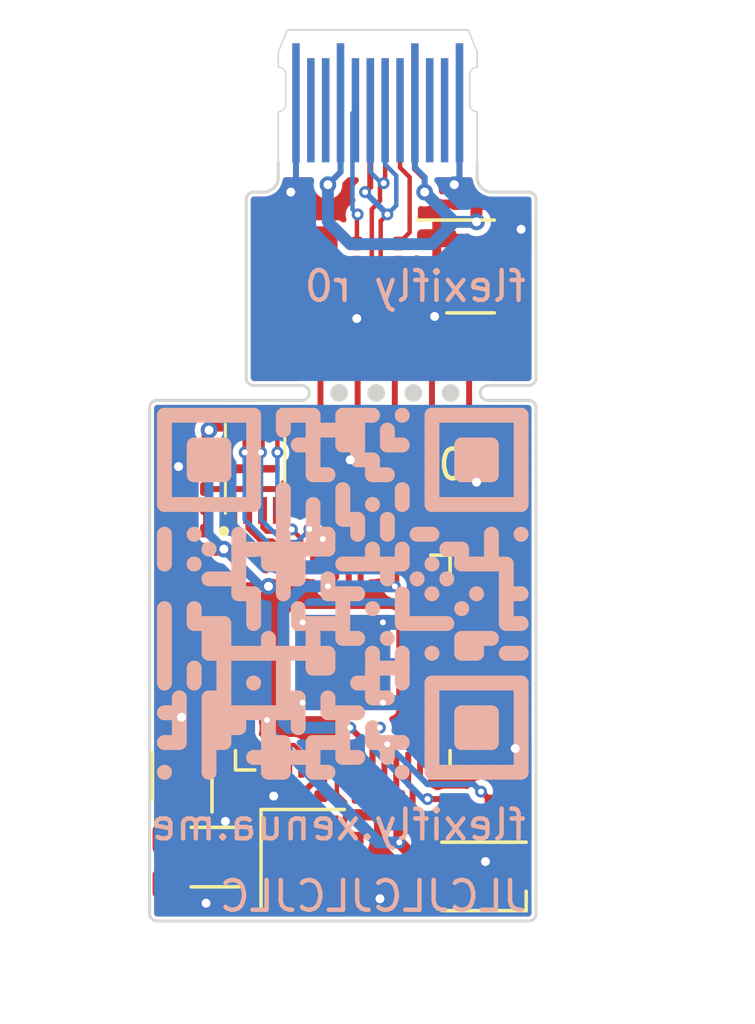
<source format=kicad_pcb>
(kicad_pcb (version 20221018) (generator pcbnew)

  (general
    (thickness 0.115)
  )

  (paper "A4")
  (layers
    (0 "F.Cu" signal)
    (31 "B.Cu" signal)
    (32 "B.Adhes" user "B.Adhesive")
    (33 "F.Adhes" user "F.Adhesive")
    (34 "B.Paste" user)
    (35 "F.Paste" user)
    (36 "B.SilkS" user "B.Silkscreen")
    (37 "F.SilkS" user "F.Silkscreen")
    (38 "B.Mask" user)
    (39 "F.Mask" user)
    (40 "Dwgs.User" user "User.Drawings")
    (41 "Cmts.User" user "User.Comments")
    (42 "Eco1.User" user "User.Eco1")
    (43 "Eco2.User" user "User.Eco2")
    (44 "Edge.Cuts" user)
    (45 "Margin" user)
    (46 "B.CrtYd" user "B.Courtyard")
    (47 "F.CrtYd" user "F.Courtyard")
    (48 "B.Fab" user)
    (49 "F.Fab" user)
    (50 "User.1" user)
    (51 "User.2" user)
    (52 "User.3" user)
    (53 "User.4" user)
    (54 "User.5" user)
    (55 "User.6" user)
    (56 "User.7" user)
    (57 "User.8" user)
    (58 "User.9" user)
  )

  (setup
    (stackup
      (layer "F.SilkS" (type "Top Silk Screen"))
      (layer "F.Paste" (type "Top Solder Paste"))
      (layer "F.Mask" (type "Top Solder Mask") (thickness 0.01))
      (layer "F.Cu" (type "copper") (thickness 0.035))
      (layer "dielectric 1" (type "core") (color "Polyimide") (thickness 0.025) (material "Polyimide") (epsilon_r 3.2) (loss_tangent 0.004))
      (layer "B.Cu" (type "copper") (thickness 0.035))
      (layer "B.Mask" (type "Bottom Solder Mask") (thickness 0.01))
      (layer "B.Paste" (type "Bottom Solder Paste"))
      (layer "B.SilkS" (type "Bottom Silk Screen"))
      (copper_finish "None")
      (dielectric_constraints no)
    )
    (pad_to_mask_clearance 0)
    (pcbplotparams
      (layerselection 0x00010fc_ffffffff)
      (plot_on_all_layers_selection 0x0000000_00000000)
      (disableapertmacros false)
      (usegerberextensions false)
      (usegerberattributes true)
      (usegerberadvancedattributes true)
      (creategerberjobfile true)
      (dashed_line_dash_ratio 12.000000)
      (dashed_line_gap_ratio 3.000000)
      (svgprecision 4)
      (plotframeref false)
      (viasonmask false)
      (mode 1)
      (useauxorigin false)
      (hpglpennumber 1)
      (hpglpenspeed 20)
      (hpglpendiameter 15.000000)
      (dxfpolygonmode true)
      (dxfimperialunits true)
      (dxfusepcbnewfont true)
      (psnegative false)
      (psa4output false)
      (plotreference true)
      (plotvalue true)
      (plotinvisibletext false)
      (sketchpadsonfab false)
      (subtractmaskfromsilk false)
      (outputformat 1)
      (mirror false)
      (drillshape 1)
      (scaleselection 1)
      (outputdirectory "")
    )
  )

  (net 0 "")
  (net 1 "+3V3")
  (net 2 "GND")
  (net 3 "/XIN")
  (net 4 "Net-(C3-Pad2)")
  (net 5 "+1V1")
  (net 6 "Net-(J1-CC1)")
  (net 7 "/STATUS_LED")
  (net 8 "/QSPI_~{CS}")
  (net 9 "/~{USB_BOOT}")
  (net 10 "/XOUT")
  (net 11 "/USB_DP")
  (net 12 "/DP")
  (net 13 "/NX_CLK")
  (net 14 "Net-(U1-GPIO27_ADC1)")
  (net 15 "/NX_CMD")
  (net 16 "Net-(U1-GPIO28_ADC2)")
  (net 17 "/NX_D0")
  (net 18 "Net-(U1-GPIO29_ADC3)")
  (net 19 "unconnected-(J1-SBU1-PadA8)")
  (net 20 "/TRAINING_RESET_A")
  (net 21 "/TRAINING_RESET_B")
  (net 22 "unconnected-(U1-GPIO2-Pad4)")
  (net 23 "unconnected-(U1-GPIO3-Pad5)")
  (net 24 "unconnected-(U1-GPIO4-Pad6)")
  (net 25 "unconnected-(U1-GPIO5-Pad7)")
  (net 26 "unconnected-(U1-GPIO6-Pad8)")
  (net 27 "unconnected-(U1-GPIO7-Pad9)")
  (net 28 "unconnected-(U1-GPIO8-Pad11)")
  (net 29 "unconnected-(U1-GPIO9-Pad12)")
  (net 30 "unconnected-(U1-GPIO10-Pad13)")
  (net 31 "unconnected-(U1-GPIO11-Pad14)")
  (net 32 "unconnected-(U1-GPIO12-Pad15)")
  (net 33 "unconnected-(U1-GPIO13-Pad16)")
  (net 34 "unconnected-(U1-GPIO14-Pad17)")
  (net 35 "/NX_CPU")
  (net 36 "/SWCLK")
  (net 37 "/SWD")
  (net 38 "/RUN")
  (net 39 "unconnected-(U1-GPIO17-Pad28)")
  (net 40 "unconnected-(U1-GPIO18-Pad29)")
  (net 41 "unconnected-(U1-GPIO19-Pad30)")
  (net 42 "unconnected-(U1-GPIO20-Pad31)")
  (net 43 "unconnected-(U1-GPIO21-Pad32)")
  (net 44 "unconnected-(U1-GPIO22-Pad34)")
  (net 45 "unconnected-(U1-GPIO23-Pad35)")
  (net 46 "unconnected-(U1-GPIO24-Pad36)")
  (net 47 "unconnected-(U1-GPIO25-Pad37)")
  (net 48 "/NX_RST")
  (net 49 "/QSPI_SD3")
  (net 50 "/QSPI_CLK")
  (net 51 "/QSPI_SD0")
  (net 52 "/QSPI_SD2")
  (net 53 "/QSPI_SD1")
  (net 54 "Net-(J1-CC2)")
  (net 55 "unconnected-(J1-SBU2-PadB8)")
  (net 56 "VBUS")
  (net 57 "/USB_DN")
  (net 58 "/DN")
  (net 59 "unconnected-(D1-DOUT-Pad1)")
  (net 60 "Net-(Q1-Pad1)")
  (net 61 "Net-(Q2-Pad1)")

  (footprint "Resistor_SMD:R_0201_0603Metric" (layer "F.Cu") (at 42.6175 47.1 90))

  (footprint "Resistor_SMD:R_0201_0603Metric" (layer "F.Cu") (at 41.2425 67.1 90))

  (footprint "flexifly:TP_pad_1mm_dense" (layer "F.Cu") (at 43.7425 50.8 90))

  (footprint "Capacitor_SMD:C_0201_0603Metric" (layer "F.Cu") (at 44.9175 45.45))

  (footprint "flexifly:TP_pad_1mm_dense" (layer "F.Cu") (at 46.4925 57.55))

  (footprint "flexifly:TP_pad_1mm_dense" (layer "F.Cu") (at 39.9925 50.8 90))

  (footprint "Capacitor_SMD:C_0201_0603Metric" (layer "F.Cu") (at 41.2425 65.7 90))

  (footprint "Capacitor_SMD:C_0201_0603Metric" (layer "F.Cu") (at 46.3425 45.45 180))

  (footprint "flexifly:TP_pad_1mm_dense" (layer "F.Cu") (at 46.4925 62.55))

  (footprint "flexifly:MicroFET_2x2" (layer "F.Cu") (at 35.3425 64.885))

  (footprint "Capacitor_SMD:C_0201_0603Metric" (layer "F.Cu") (at 45.5425 49.7))

  (footprint "flexifly:SolderJumper-2_Dense" (layer "F.Cu") (at 35.6425 59.45 90))

  (footprint "Capacitor_SMD:C_0201_0603Metric" (layer "F.Cu") (at 41.2425 68.5 90))

  (footprint "Capacitor_SMD:C_0201_0603Metric" (layer "F.Cu") (at 45.2925 62.2 90))

  (footprint "flexifly:TP_pad_1mm_dense" (layer "F.Cu") (at 46.4925 60.05))

  (footprint "Capacitor_SMD:C_0201_0603Metric" (layer "F.Cu") (at 39.4925 55.3 -90))

  (footprint "Crystal:Crystal_SMD_2520-4Pin_2.5x2.0mm" (layer "F.Cu") (at 39.3925 67.45 -90))

  (footprint "flexifly:TP_pad_1mm_dense" (layer "F.Cu") (at 39.9925 52.8 90))

  (footprint "Resistor_SMD:R_0201_0603Metric" (layer "F.Cu") (at 36.1425 56.75 90))

  (footprint "Package_TO_SOT_SMD:SOT-23-3" (layer "F.Cu") (at 45.0425 47.55))

  (footprint "Capacitor_SMD:C_0201_0603Metric" (layer "F.Cu") (at 39.6925 65.35))

  (footprint "flexifly:TP_pad_1mm_dense" (layer "F.Cu") (at 41.2425 52.8 90))

  (footprint "flexifly:TP_pad_1mm_dense" (layer "F.Cu") (at 34.8425 66.8 90))

  (footprint "flexifly:SW_SPST_LS38G2-T" (layer "F.Cu") (at 39.2175 48.15 90))

  (footprint "Capacitor_SMD:C_0201_0603Metric" (layer "F.Cu") (at 45.2925 56.1 -90))

  (footprint "Package_DFN_QFN:QFN-56-1EP_7x7mm_P0.4mm_EP3.2x3.2mm_ThermalVias" (layer "F.Cu") (at 40.7425 60.8625))

  (footprint "flexifly:W25QxxxxUXxx" (layer "F.Cu") (at 37.7925 54.35 -90))

  (footprint "flexifly:TP_pad_1mm_dense" (layer "F.Cu") (at 43.7425 52.8 90))

  (footprint "Capacitor_SMD:C_0201_0603Metric" (layer "F.Cu") (at 44.3925 55.8 -90))

  (footprint "Capacitor_SMD:C_0201_0603Metric" (layer "F.Cu") (at 36.1425 53.95 -90))

  (footprint "Capacitor_SMD:C_0201_0603Metric" (layer "F.Cu") (at 35.8925 57.8))

  (footprint "Resistor_SMD:R_0201_0603Metric" (layer "F.Cu") (at 45.2925 57.5 -90))

  (footprint "flexifly:TP_pad_1mm_dense" (layer "F.Cu") (at 46.0165 65.8))

  (footprint "Capacitor_SMD:C_0201_0603Metric" (layer "F.Cu") (at 41.9425 65.7 90))

  (footprint "Capacitor_SMD:C_0201_0603Metric" (layer "F.Cu") (at 40.8925 55.3 -90))

  (footprint "Resistor_SMD:R_0201_0603Metric" (layer "F.Cu") (at 45.2925 60.3 90))

  (footprint "Capacitor_SMD:C_0201_0603Metric" (layer "F.Cu") (at 42.9925 55.8 -90))

  (footprint "flexifly:TP_pad_1mm_dense" (layer "F.Cu") (at 34.8425 68.3 90))

  (footprint "flexifly:TP_pad_1mm_dense" (layer "F.Cu") (at 41.2425 50.8 90))

  (footprint "Resistor_SMD:R_0201_0603Metric" (layer "F.Cu") (at 41.5925 55.8 -90))

  (footprint "flexifly:TP_pad_1mm_dense" (layer "F.Cu") (at 44.4925 65.8))

  (footprint "Resistor_SMD:R_0201_0603Metric" (layer "F.Cu") (at 41.2175 47.1 -90))

  (footprint "flexifly:MicroFET_2x2" (layer "F.Cu") (at 36.6425 67.4 90))

  (footprint "Capacitor_SMD:C_0201_0603Metric" (layer "F.Cu") (at 43.6925 55.8 90))

  (footprint "Resistor_SMD:R_0201_0603Metric" (layer "F.Cu") (at 42.6425 65.7 90))

  (footprint "flexifly:TP_pad_1mm_dense" (layer "F.Cu") (at 44.9925 52.8 90))

  (footprint "flexifly:TP_pad_1mm_dense" (layer "F.Cu") (at 46.4925 58.8))

  (footprint "Capacitor_SMD:C_0201_0603Metric" (layer "F.Cu") (at 36.2425 62.2 90))

  (footprint "flexifly:TP_pad_1mm_dense" (layer "F.Cu") (at 42.4925 50.8 90))

  (footprint "LED_SMD:LED_WS2812B-2020_PLCC4_2.0x2.0mm" (layer "F.Cu") (at 45.4925 68.05 180))

  (footprint "Resistor_SMD:R_0201_0603Metric" (layer "F.Cu") (at 42.2925 55.8 90))

  (footprint "flexifly:TP_pad_1mm_dense" (layer "F.Cu") (at 42.4925 52.8 90))

  (footprint "Resistor_SMD:R_0201_0603Metric" (layer "F.Cu") (at 45.2925 58.9 90))

  (footprint "flexifly:TP_pad_1mm_dense" (layer "F.Cu") (at 44.9925 50.8 90))

  (footprint "flexifly:TP_pad_1mm_dense" (layer "F.Cu") (at 46.4925 61.3))

  (footprint "Capacitor_SMD:C_0201_0603Metric" (layer "F.Cu") (at 40.1925 55.3 -90))

  (footprint "flexifly:TP_pad_1mm_dense" (layer "F.Cu") (at 46.4925 56.3))

  (footprint "Resistor_SMD:R_0201_0603Metric" (layer "F.Cu") (at 36.1425 55.35 -90))

  (footprint "Capacitor_SMD:C_0201_0603Metric" (layer "F.Cu") (at 44.1425 49.7))

  (footprint "xenua:USB_C_PCB" (layer "F.Cu") (at 41.9175 39.6))

  (gr_line (start 38.7425 55.55) (end 38.7425 55.55)
    (stroke (width 0.5) (type default)) (layer "B.SilkS") (tstamp 000a0c7a-54dd-4e6b-b62a-f59ee6bd2cbe))
  (gr_line (start 39.2425 59.55) (end 39.2425 59.05)
    (stroke (width 0.5) (type default)) (layer "B.SilkS") (tstamp 0055e022-a300-4a59-8df5-334802851ff5))
  (gr_line (start 46.2425 59.05) (end 46.2425 59.05)
    (stroke (width 0.5) (type default)) (layer "B.SilkS") (tstamp 00e93661-6770-4e07-9374-86602d9ab38a))
  (gr_line (start 35.2425 52.55) (end 35.2425 52.55)
    (stroke (width 0.5) (type default)) (layer "B.SilkS") (tstamp 00fc0428-3a27-4367-8640-74c928d69d15))
  (gr_line (start 42.7425 52.55) (end 42.7425 52.55)
    (stroke (width 0.5) (type default)) (layer "B.SilkS") (tstamp 01589312-5f8e-4364-b88e-9641af6a2abf))
  (gr_line (start 44.7425 62.55) (end 45.7425 62.55)
    (stroke (width 0.5) (type default)) (layer "B.SilkS") (tstamp 017f660a-78d0-4ff0-a761-d0ce70e193df))
  (gr_line (start 45.7425 56.55) (end 45.7425 56.55)
    (stroke (width 0.5) (type default)) (layer "B.SilkS") (tstamp 0250c8a6-3664-4998-a96f-3efdd52908a7))
  (gr_line (start 44.2425 61.55) (end 44.2425 61.55)
    (stroke (width 0.5) (type default)) (layer "B.SilkS") (tstamp 02dea07b-cc21-4b2f-9677-a289f7d3c351))
  (gr_line (start 37.7425 57.05) (end 37.7425 57.05)
    (stroke (width 0.5) (type default)) (layer "B.SilkS") (tstamp 032c0ccf-0c00-4ef5-9b9f-e1e4ff19d09c))
  (gr_line (start 46.7425 62.55) (end 46.7425 62.55)
    (stroke (width 0.5) (type default)) (layer "B.SilkS") (tstamp 04ca1ff8-384d-4887-802c-063b5d4401ac))
  (gr_line (start 42.2425 60.05) (end 42.2425 60.05)
    (stroke (width 0.5) (type default)) (layer "B.SilkS") (tstamp 04cfb5b4-01c4-409c-a057-5d234084b04e))
  (gr_line (start 41.2425 57.55) (end 41.2425 57.55)
    (stroke (width 0.5) (type default)) (layer "B.SilkS") (tstamp 053e03d6-5223-4045-ba79-85fdae153ca9))
  (gr_line (start 38.7425 58.55) (end 38.7425 58.55)
    (stroke (width 0.5) (type default)) (layer "B.SilkS") (tstamp 062751b8-309c-4bbf-8572-8e8339fe881b))
  (gr_line (start 38.7425 58.55) (end 38.7425 55.05)
    (stroke (width 0.5) (type default)) (layer "B.SilkS") (tstamp 062adc66-720c-4804-9c70-1e7f4b17b9f0))
  (gr_line (start 37.2425 55.55) (end 37.2425 55.55)
    (stroke (width 0.5) (type default)) (layer "B.SilkS") (tstamp 0735eba4-f859-4bc3-8818-b80a5bff2d50))
  (gr_line (start 46.7425 63.55) (end 46.7425 63.55)
    (stroke (width 0.5) (type default)) (layer "B.SilkS") (tstamp 073710fe-2256-43de-ba33-16a5fa2655b8))
  (gr_line (start 37.7425 54.55) (end 37.7425 54.55)
    (stroke (width 0.5) (type default)) (layer "B.SilkS") (tstamp 0741f3c3-1dd1-4dbc-90e0-295cb260c456))
  (gr_line (start 42.2425 54.55) (end 42.2425 54.55)
    (stroke (width 0.5) (type default)) (layer "B.SilkS") (tstamp 08546cc5-a714-4506-b20b-a1a62e5fb833))
  (gr_line (start 46.7425 59.55) (end 46.7425 59.55)
    (stroke (width 0.5) (type default)) (layer "B.SilkS") (tstamp 08db85c5-5ee1-4031-a353-f1f8f338620c))
  (gr_line (start 40.2425 62.05) (end 40.2425 62.05)
    (stroke (width 0.5) (type default)) (layer "B.SilkS") (tstamp 0919c971-a3b7-4521-bf6b-9ac0788ae75b))
  (gr_line (start 41.7425 55.55) (end 41.7425 55.55)
    (stroke (width 0.5) (type default)) (layer "B.SilkS") (tstamp 09fa1915-7f88-4fc9-83ea-f63f6823cbc8))
  (gr_line (start 35.7425 59.55) (end 35.7425 59.05)
    (stroke (width 0.5) (type default)) (layer "B.SilkS") (tstamp 0a909977-4df9-4ced-935a-8b202c339e74))
  (gr_line (start 44.2425 59.55) (end 44.2425 59.55)
    (stroke (width 0.5) (type default)) (layer "B.SilkS") (tstamp 0b6ee3df-5141-4948-a427-ed05edde5f61))
  (gr_line (start 39.2425 60.55) (end 39.2425 60.55)
    (stroke (width 0.5) (type default)) (layer "B.SilkS") (tstamp 0c06574c-080c-4626-9945-6502060bb80e))
  (gr_line (start 38.7425 53.05) (end 38.7425 52.55)
    (stroke (width 0.5) (type default)) (layer "B.SilkS") (tstamp 0c6e52c4-bfb3-4ff9-9ff8-2861bac78cdf))
  (gr_line (start 45.7425 63.55) (end 45.7425 62.55)
    (stroke (width 0.5) (type default)) (layer "B.SilkS") (tstamp 0cae4fb9-a90f-49a9-ac7d-68714ecdf2d3))
  (gr_line (start 36.2425 62.05) (end 36.7425 62.05)
    (stroke (width 0.5) (type default)) (layer "B.SilkS") (tstamp 0f773bc4-ec78-4a7c-b23b-523673ffc93d))
  (gr_line (start 40.7425 60.05) (end 40.7425 58.55)
    (stroke (width 0.5) (type default)) (layer "B.SilkS") (tstamp 0fe49eb1-ec60-4ab1-8cda-9e796c9f7020))
  (gr_line (start 42.2425 60.05) (end 42.2425 60.05)
    (stroke (width 0.5) (type default)) (layer "B.SilkS") (tstamp 10143637-0ca0-4ed3-938b-cc8879644d42))
  (gr_line (start 44.2425 55.55) (end 44.2425 55.55)
    (stroke (width 0.5) (type default)) (layer "B.SilkS") (tstamp 1338a592-48da-4d2d-8d6a-cb101f377ece))
  (gr_line (start 34.7425 59.05) (end 34.7425 59.05)
    (stroke (width 0.5) (type default)) (layer "B.SilkS") (tstamp 13a23e25-cfc7-4f3d-bb62-4053ed1fa5cb))
  (gr_line (start 46.2425 59.55) (end 46.7425 59.55)
    (stroke (width 0.5) (type default)) (layer "B.SilkS") (tstamp 13c353a1-7262-490a-8b22-f5625f891649))
  (gr_line (start 34.7425 61.55) (end 34.7425 59.05)
    (stroke (width 0.5) (type default)) (layer "B.SilkS") (tstamp 148ac09c-5521-4279-9bdc-b3cb27fa6b30))
  (gr_line (start 38.7425 55.05) (end 38.7425 55.05)
    (stroke (width 0.5) (type default)) (layer "B.SilkS") (tstamp 174660b2-f21a-4a0f-9da5-2ff7303d0171))
  (gr_line (start 42.7425 59.55) (end 44.2425 59.55)
    (stroke (width 0.5) (type default)) (layer "B.SilkS") (tstamp 18aa5266-26ef-402a-9ed3-9f0550575cbe))
  (gr_line (start 39.2425 63.05) (end 39.2425 62.05)
    (stroke (width 0.5) (type default)) (layer "B.SilkS") (tstamp 18e8e171-03b5-47e5-8f03-26942a6e0160))
  (gr_line (start 37.7425 53.55) (end 37.7425 53.55)
    (stroke (width 0.5) (type default)) (layer "B.SilkS") (tstamp 192d5863-221e-4bc4-bbfa-e5d40369a47a))
  (gr_line (start 45.2425 64.55) (end 45.2425 64.55)
    (stroke (width 0.5) (type default)) (layer "B.SilkS") (tstamp 19583c16-ace8-43cf-8eaa-45b8f8e70b2c))
  (gr_line (start 44.7425 55.55) (end 44.7425 55.55)
    (stroke (width 0.5) (type default)) (layer "B.SilkS") (tstamp 1968bc5e-d35c-44f4-a595-c5113fc05749))
  (gr_line (start 46.7425 63.05) (end 46.7425 63.05)
    (stroke (width 0.5) (type default)) (layer "B.SilkS") (tstamp 19c38f92-7bb3-45e0-97d8-cc954ed68662))
  (gr_line (start 43.7425 58.55) (end 43.7425 58.55)
    (stroke (width 0.5) (type default)) (layer "B.SilkS") (tstamp 1a03f70d-68ad-461a-be0f-24f2ba088d58))
  (gr_line (start 45.7425 55.55) (end 45.7425 55.55)
    (stroke (width 0.5) (type default)) (layer "B.SilkS") (tstamp 1afa3563-8a0e-43bc-aec6-db09dded0e64))
  (gr_line (start 34.7425 54.05) (end 34.7425 54.05)
    (stroke (width 0.5) (type default)) (layer "B.SilkS") (tstamp 1b19f809-130e-4a5f-b2a0-b361e62ed53f))
  (gr_line (start 45.7425 57.55) (end 45.7425 56.55)
    (stroke (width 0.5) (type default)) (layer "B.SilkS") (tstamp 1b4de969-3d0b-4a36-9971-1eb46bab735c))
  (gr_line (start 35.7425 54.55) (end 35.7425 53.55)
    (stroke (width 0.5) (type default)) (layer "B.SilkS") (tstamp 1c959d0e-ad2c-4289-8708-4be7d8c03ad9))
  (gr_line (start 41.2425 56.55) (end 41.2425 56.55)
    (stroke (width 0.5) (type default)) (layer "B.SilkS") (tstamp 1db70daf-b3e6-4afa-9c2b-b76aea1f540a))
  (gr_line (start 44.7425 63.05) (end 45.7425 63.05)
    (stroke (width 0.5) (type default)) (layer "B.SilkS") (tstamp 1dcd87b6-97bf-46a2-8001-e459588dacd9))
  (gr_line (start 34.7425 64.55) (end 34.7425 64.55)
    (stroke (width 0.5) (type default)) (layer "B.SilkS") (tstamp 1e01a3d3-35fb-419b-af4b-86416c6cf522))
  (gr_line (start 46.7425 62.05) (end 46.7425 62.05)
    (stroke (width 0.5) (type default)) (layer "B.SilkS") (tstamp 1ee27eb2-73fd-485a-8b91-9818a2443423))
  (gr_line (start 43.7425 53.55) (end 43.7425 53.55)
    (stroke (width 0.5) (type default)) (layer "B.SilkS") (tstamp 1fd4be40-65f8-494b-ac41-6d200ff649d9))
  (gr_line (start 41.2425 54.05) (end 41.7425 54.05)
    (stroke (width 0.5) (type default)) (layer "B.SilkS") (tstamp 21397790-a30d-47c0-810f-d1ced920965d))
  (gr_line (start 44.7425 57.55) (end 46.2425 57.55)
    (stroke (width 0.5) (type default)) (layer "B.SilkS") (tstamp 21ae58ff-9239-4dc4-9766-bb3372a04ac1))
  (gr_line (start 38.2425 64.55) (end 38.7425 64.55)
    (stroke (width 0.5) (type default)) (layer "B.SilkS") (tstamp 223cd362-b319-4a35-bd79-fc643b4ed7ea))
  (gr_line (start 38.7425 56.55) (end 38.7425 56.55)
    (stroke (width 0.5) (type default)) (layer "B.SilkS") (tstamp 22d1e69f-964a-408e-8a5f-9cda5ca0690e))
  (gr_line (start 43.7425 64.55) (end 43.7425 61.55)
    (stroke (width 0.5) (type default)) (layer "B.SilkS") (tstamp 2320d429-693f-4bee-8f05-c6e2c22ffa70))
  (gr_line (start 41.7425 54.55) (end 41.7425 54.05)
    (stroke (width 0.5) (type default)) (layer "B.SilkS") (tstamp 24dc2fab-ca50-4f9a-af07-481386176dd2))
  (gr_line (start 45.2425 55.55) (end 45.2425 55.55)
    (stroke (width 0.5) (type default)) (layer "B.SilkS") (tstamp 2551c970-e650-4668-9bff-ecda751b063a))
  (gr_line (start 40.2425 61.05) (end 40.2425 60.55)
    (stroke (width 0.5) (type default)) (layer "B.SilkS") (tstamp 25897eed-4139-4a71-89a9-f436f37b62dc))
  (gr_line (start 35.2425 62.05) (end 35.2425 62.05)
    (stroke (width 0.5) (type default)) (layer "B.SilkS") (tstamp 27365625-bc35-4400-a0f3-564628bada51))
  (gr_line (start 44.2425 57.05) (end 44.7425 57.05)
    (stroke (width 0.5) (type default)) (layer "B.SilkS") (tstamp 27b8034e-92dd-446f-84f0-ab0535c82556))
  (gr_line (start 42.2425 53.05) (end 42.2425 53.05)
    (stroke (width 0.5) (type default)) (layer "B.SilkS") (tstamp 29e1413d-7cc8-4f7f-8f9d-eee62bc39b5a))
  (gr_line (start 40.2425 58.55) (end 40.2425 58.05)
    (stroke (width 0.5) (type default)) (layer "B.SilkS") (tstamp 2ab33648-4876-4ec5-bb8b-79366e1524f2))
  (gr_line (start 43.7425 53.05) (end 43.7425 53.05)
    (stroke (width 0.5) (type default)) (layer "B.SilkS") (tstamp 2ca83886-b73a-4fd5-88ae-c310f4891106))
  (gr_line (start 37.7425 59.55) (end 37.7425 58.55)
    (stroke (width 0.5) (type default)) (layer "B.SilkS") (tstamp 2d3f31bb-5d66-4332-9518-aa29afe98b87))
  (gr_line (start 37.2425 57.55) (end 37.2425 57.55)
    (stroke (width 0.5) (type default)) (layer "B.SilkS") (tstamp 2e541e4d-de43-416c-8090-718fb6044f2c))
  (gr_line (start 38.7425 53.05) (end 38.7425 53.05)
    (stroke (width 0.5) (type default)) (layer "B.SilkS") (tstamp 2edf8838-a0e7-4deb-bff1-129cfc4161b3))
  (gr_line (start 42.7425 55.55) (end 42.7425 55.05)
    (stroke (width 0.5) (type default)) (layer "B.SilkS") (tstamp 2edff593-be78-45ee-ba56-6b78d986fc84))
  (gr_line (start 43.2425 56.55) (end 43.2425 56.55)
    (stroke (width 0.5) (type default)) (layer "B.SilkS") (tstamp 2f516287-ee71-420a-90cc-4af3842bede2))
  (gr_line (start 35.7425 57.55) (end 35.7425 57.55)
    (stroke (width 0.5) (type default)) (layer "B.SilkS") (tstamp 2f605b82-ea76-4780-b5fe-6dfb3ef41816))
  (gr_line (start 41.7425 54.55) (end 42.2425 54.55)
    (stroke (width 0.5) (type default)) (layer "B.SilkS") (tstamp 30e5981b-6718-464b-934d-9a2904e6bedd))
  (gr_line (start 38.7425 61.05) (end 38.7425 61.05)
    (stroke (width 0.5) (type default)) (layer "B.SilkS") (tstamp 30f8226d-e586-42f8-891b-29b02c60071f))
  (gr_line (start 41.7425 60.55) (end 41.7425 60.55)
    (stroke (width 0.5) (type default)) (layer "B.SilkS") (tstamp 31419330-02b2-4b41-b700-a4892e1d560a))
  (gr_line (start 42.7425 53.55) (end 42.7425 53.55)
    (stroke (width 0.5) (type default)) (layer "B.SilkS") (tstamp 31ee3bea-3df6-4b65-b846-8e7b10eaa3b2))
  (gr_line (start 39.7425 55.55) (end 39.7425 55.55)
    (stroke (width 0.5) (type default)) (layer "B.SilkS") (tstamp 328c4e4d-91a0-4c2f-9e61-c6ee067562ce))
  (gr_line (start 41.2425 60.05) (end 41.2425 60.05)
    (stroke (width 0.5) (type default)) (layer "B.SilkS") (tstamp 351d308a-7fa0-44ac-be1c-eeb4ead5c58d))
  (gr_line (start 45.2425 58.55) (end 45.2425 58.55)
    (stroke (width 0.5) (type default)) (layer "B.SilkS") (tstamp 357c9e28-e86f-444f-a415-999f44718b5b))
  (gr_line (start 40.2425 62.55) (end 41.2425 62.55)
    (stroke (width 0.5) (type default)) (layer "B.SilkS") (tstamp 35a8a57e-ae9f-43ff-92bb-40ecc9bd12df))
  (gr_line (start 37.7425 54.05) (end 37.7425 54.05)
    (stroke (width 0.5) (type default)) (layer "B.SilkS") (tstamp 35b93491-5587-465c-99c7-eb1cfe52821e))
  (gr_line (start 46.7425 58.55) (end 46.7425 58.55)
    (stroke (width 0.5) (type default)) (layer "B.SilkS") (tstamp 375ae3d0-d895-40f3-baca-82755a34a48c))
  (gr_line (start 37.7425 64.05) (end 37.7425 64.05)
    (stroke (width 0.5) (type default)) (layer "B.SilkS") (tstamp 3940c133-e27a-4aa9-a7b7-4e859d156696))
  (gr_line (start 45.7425 64.55) (end 45.7425 64.55)
    (stroke (width 0.5) (type default)) (layer "B.SilkS") (tstamp 39abfaf4-ee74-4051-8f86-893c7b1bf6f2))
  (gr_line (start 43.7425 52.55) (end 46.7425 52.55)
    (stroke (width 0.5) (type default)) (layer "B.SilkS") (tstamp 39ff4303-ef66-46b0-9f9b-02d529e44f77))
  (gr_line (start 41.7425 62.05) (end 42.2425 62.05)
    (stroke (width 0.5) (type default)) (layer "B.SilkS") (tstamp 3b825c04-3f95-41ce-81b5-1ae05d38c230))
  (gr_line (start 36.2425 60.55) (end 36.2425 59.55)
    (stroke (width 0.5) (type default)) (layer "B.SilkS") (tstamp 3c698620-f62c-4f8c-872c-e1b1dc5c4816))
  (gr_line (start 39.2425 53.55) (end 39.2425 53.55)
    (stroke (width 0.5) (type default)) (layer "B.SilkS") (tstamp 3c7916d8-fd90-41dc-9a9a-6a183d5781b2))
  (gr_line (start 41.2425 62.55) (end 41.2425 62.55)
    (stroke (width 0.5) (type default)) (layer "B.SilkS") (tstamp 3e6901ce-da3e-4ff9-8d94-34618b73290d))
  (gr_line (start 43.7425 55.55) (end 46.7425 55.55)
    (stroke (width 0.5) (type default)) (layer "B.SilkS") (tstamp 4003dbb8-aa58-454e-98a5-3c80d54423c7))
  (gr_line (start 46.7425 54.55) (end 46.7425 54.55)
    (stroke (width 0.5) (type default)) (layer "B.SilkS") (tstamp 401bdcb1-c138-465b-83a9-c3105090da4b))
  (gr_line (start 41.7425 61.05) (end 42.7425 61.05)
    (stroke (width 0.5) (type default)) (layer "B.SilkS") (tstamp 41ccd9c6-8eb8-4170-84b5-38232b726946))
  (gr_line (start 42.2425 58.05) (end 42.2425 58.05)
    (stroke (width 0.5) (type default)) (layer "B.SilkS") (tstamp 41fd97ef-caec-45aa-b006-57d311d65c25))
  (gr_line (start 44.7425 54.55) (end 44.7425 53.55)
    (stroke (width 0.5) (type default)) (layer "B.SilkS") (tstamp 433f681f-7d52-4ff2-bc8e-3a0963737243))
  (gr_line (start 40.7425 59.05) (end 40.7425 59.05)
    (stroke (width 0.5) (type default)) (layer "B.SilkS") (tstamp 435b6193-c68b-4ac9-9cef-0c7c0da06dab))
  (gr_line (start 43.7425 56.55) (end 43.7425 56.55)
    (stroke (width 0.5) (type default)) (layer "B.SilkS") (tstamp 43ce558c-d127-4bf3-b9b2-8fc442b1be07))
  (gr_line (start 35.2425 63.05) (end 35.2425 63.05)
    (stroke (width 0.5) (type default)) (layer "B.SilkS") (tstamp 45727192-9f5c-4548-a00b-629b3baeedbd))
  (gr_line (start 37.7425 61.55) (end 37.7425 61.55)
    (stroke (width 0.5) (type default)) (layer "B.SilkS") (tstamp 4606c372-9a09-4c5d-9025-8694f3e1488c))
  (gr_line (start 37.2425 60.55) (end 37.2425 60.55)
    (stroke (width 0.5) (type default)) (layer "B.SilkS") (tstamp 48229963-0995-45db-8f8c-31600f4c20ea))
  (gr_line (start 38.7425 52.55) (end 39.7425 52.55)
    (stroke (width 0.5) (type default)) (layer "B.SilkS") (tstamp 4859af6d-edbd-4f7f-9413-67e96c648c76))
  (gr_line (start 44.7425 60.05) (end 45.7425 60.05)
    (stroke (width 0.5) (type default)) (layer "B.SilkS") (tstamp 4892a5a1-183d-49a4-b747-a6fd6761f8a8))
  (gr_line (start 38.2425 63.55) (end 38.7425 63.55)
    (stroke (width 0.5) (type default)) (layer "B.SilkS") (tstamp 48daf6f8-202f-412f-aad7-86858541a88d))
  (gr_line (start 40.7425 56.05) (end 41.2425 56.05)
    (stroke (width 0.5) (type default)) (layer "B.SilkS") (tstamp 4930f4f4-feb6-4407-a60d-0c17bc931efb))
  (gr_line (start 40.7425 56.05) (end 40.7425 55.05)
    (stroke (width 0.5) (type default)) (layer "B.SilkS") (tstamp 49c14e01-6766-49a9-b1f5-7bb54fcde65e))
  (gr_line (start 37.7425 59.55) (end 37.7425 59.55)
    (stroke (width 0.5) (type default)) (layer "B.SilkS") (tstamp 4a05c145-53a7-4b4f-98a0-fe3e0d2a57df))
  (gr_line (start 39.2425 59.05) (end 39.2425 59.05)
    (stroke (width 0.5) (type default)) (layer "B.SilkS") (tstamp 4a54cc31-2349-4a89-90ba-aa4b0c1d666f))
  (gr_line (start 40.2425 58.55) (end 41.2425 58.55)
    (stroke (width 0.5) (type default)) (layer "B.SilkS") (tstamp 4baec0dc-4056-4bd4-a490-3a077049c0a3))
  (gr_line (start 46.7425 56.55) (end 46.7425 56.55)
    (stroke (width 0.5) (type default)) (layer "B.SilkS") (tstamp 4bebcfae-e70f-4d93-a1b7-2d779ce818f1))
  (gr_line (start 34.7425 63.55) (end 35.2425 63.55)
    (stroke (width 0.5) (type default)) (layer "B.SilkS") (tstamp 4d4b1351-d4eb-4519-8e44-6cd6f5805d96))
  (gr_line (start 41.7425 57.05) (end 41.7425 57.05)
    (stroke (width 0.5) (type default)) (layer "B.SilkS") (tstamp 4e774eec-57a8-4735-9472-3c8c3f99d66a))
  (gr_line (start 44.7425 61.55) (end 44.7425 61.55)
    (stroke (width 0.5) (type default)) (layer "B.SilkS") (tstamp 4f38740f-a2ee-457b-b427-2f85a3010e4f))
  (gr_line (start 38.2425 60.55) (end 38.2425 60.05)
    (stroke (width 0.5) (type default)) (layer "B.SilkS") (tstamp 4fee5c04-cbe3-4bf4-9d2b-965919756b56))
  (gr_line (start 36.2425 60.05) (end 36.7425 60.05)
    (stroke (width 0.5) (type default)) (layer "B.SilkS") (tstamp 509d8d05-8f32-4c92-997f-9db103a86f69))
  (gr_line (start 41.2425 61.55) (end 41.2425 61.55)
    (stroke (width 0.5) (type default)) (layer "B.SilkS") (tstamp 50bf71d6-cf67-4d8e-9e7b-f9fd3bad26cd))
  (gr_line (start 35.2425 63.55) (end 35.2425 62.05)
    (stroke (width 0.5) (type default)) (layer "B.SilkS") (tstamp 5114cedb-31ba-4722-b5c3-6c31847ff62b))
  (gr_line (start 42.7425 58.55) (end 42.7425 58.55)
    (stroke (width 0.5) (type default)) (layer "B.SilkS") (tstamp 519a00cd-9c61-4abe-82d4-392a44da6c2d))
  (gr_line (start 41.2425 54.05) (end 41.2425 52.55)
    (stroke (width 0.5) (type default)) (layer "B.SilkS") (tstamp 52be5523-92d4-4d35-af4d-b02d1bf223aa))
  (gr_line (start 35.7425 61.55) (end 35.7425 61.05)
    (stroke (width 0.5) (type default)) (layer "B.SilkS") (tstamp 548f30ad-df4f-4f5b-a08e-b9ae75a490bc))
  (gr_line (start 36.2425 55.55) (end 36.2425 55.55)
    (stroke (width 0.5) (type default)) (layer "B.SilkS") (tstamp 559d83fe-a7be-4e81-bf11-4dcb676683d1))
  (gr_line (start 43.7425 57.55) (end 43.7425 57.55)
    (stroke (width 0.5) (type default)) (layer "B.SilkS") (tstamp 55a94aea-4d8e-424e-9a02-3782e82c1f5c))
  (gr_line (start 44.7425 59.05) (end 44.7425 59.05)
    (stroke (width 0.5) (type default)) (layer "B.SilkS") (tstamp 582b2ad8-abc6-4612-841f-61f935665f19))
  (gr_line (start 43.7425 55.05) (end 43.7425 55.05)
    (stroke (width 0.5) (type default)) (layer "B.SilkS") (tstamp 5893846c-a13f-4e61-a75a-99d340c9283f))
  (gr_line (start 39.7425 64.55) (end 40.2425 64.55)
    (stroke (width 0.5) (type default)) (layer "B.SilkS") (tstamp 5af34afe-9e1f-4fe3-9613-f23d850740c0))
  (gr_line (start 43.7425 59.55) (end 43.7425 59.55)
    (stroke (width 0.5) (type default)) (layer "B.SilkS") (tstamp 5beb136c-c697-4b9a-a6bb-743772a62842))
  (gr_line (start 37.2425 56.55) (end 37.2425 56.55)
    (stroke (width 0.5) (type default)) (layer "B.SilkS") (tstamp 5cee5cf9-6b43-4f82-aedf-bc46d68602a4))
  (gr_line (start 34.7425 57.55) (end 34.7425 56.55)
    (stroke (width 0.5) (type default)) (layer "B.SilkS") (tstamp 5d04fe7f-9ae9-4d3b-862e-b1f4075ee5d9))
  (gr_line (start 41.7425 57.55) (end 41.7425 57.05)
    (stroke (width 0.5) (type default)) (layer "B.SilkS") (tstamp 5d9a539a-3446-4629-b45c-82844425070e))
  (gr_line (start 46.2425 64.55) (end 46.2425 64.55)
    (stroke (width 0.5) (type default)) (layer "B.SilkS") (tstamp 5e4c58a4-b461-4c8b-b831-9db094dd824a))
  (gr_line (start 39.7425 53.05) (end 41.2425 53.05)
    (stroke (width 0.5) (type default)) (layer "B.SilkS") (tstamp 5f438b31-c8b5-480f-ba8b-ec622dd31739))
  (gr_line (start 46.7425 60.55) (end 46.7425 60.55)
    (stroke (width 0.5) (type default)) (layer "B.SilkS") (tstamp 60dbd450-ab7b-4a1a-a266-697342036235))
  (gr_line (start 43.7425 64.05) (end 43.7425 64.05)
    (stroke (width 0.5) (type default)) (layer "B.SilkS") (tstamp 60ee207c-f6b7-4c8a-a5dc-35110959ba34))
  (gr_line (start 37.7425 53.05) (end 37.7425 53.05)
    (stroke (width 0.5) (type default)) (layer "B.SilkS") (tstamp 61c33814-da75-49f3-8080-0
... [206069 chars truncated]
</source>
